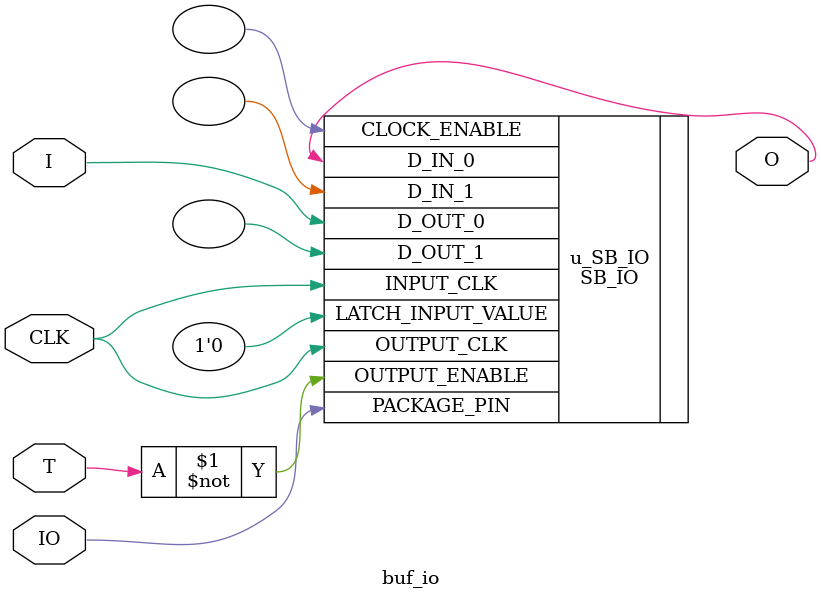
<source format=v>
/* ****************************************************************************
-- Source file: buf_io.                
-- Description: Wrapper around Lattice ICE40 IOB Primitive
-- Language:    Verilog-2001 
-- Synthesis:   Lattice LSE 
-- ***************************************************************************/
module buf_io
(
   input  wire CLK,
   inout  wire IO,
   input  wire I,
   input  wire T,
   output wire O 
);


//-----------------------------------------------------------------------------
// Pin_Type
//  [1:0] Input
//     01 = Simple
//     00 = Registered SDR or DDR
//  [5:2] Output
//   0000 = Disabled
//   0110 = Simple
//   1010 = Tristatable
//   1101 = SDR Registered Output and Tristate
//   1100 = DDR Registered Output and Tristate
//
// Note that explicitly connecting a logic '1' value to port CLOCK_ENABLE will
// result in a non-optimal implementation, since an extra LUT will be used to
// generate the Logic '1'. If the user's intention is to keep the Input and
// Output registers always enabled, it is recommended that port CLOCK_ENABLE be
// left unconnected.
//-----------------------------------------------------------------------------
SB_IO
#
(
 .PIN_TYPE           ( 6'b101001 ) 
)
 u_SB_IO
(
 .PACKAGE_PIN        ( IO       ), // Pin signal name
 .LATCH_INPUT_VALUE  ( 1'b0     ), // Latches/holds the Input value
 .CLOCK_ENABLE       (          ), // Clock Enable common to input and output
 .INPUT_CLK          ( CLK      ), // Clock for the input registers
 .OUTPUT_CLK         ( CLK      ), // Clock for the output registers
 .OUTPUT_ENABLE      ( ~T       ), // Output Pin Tristate/Enable control
 .D_OUT_0            ( I        ), // Data 0 – out to Pin/Rising clk edge
 .D_OUT_1            (          ), // Data 1 - out to Pin/Falling clk edge
 .D_IN_0             ( O        ), // Data 0 - Pin input/Rising clk edge
 .D_IN_1             (          )  // Data 1 – Pin input/Falling clk edge
);


endmodule // buf_io

</source>
